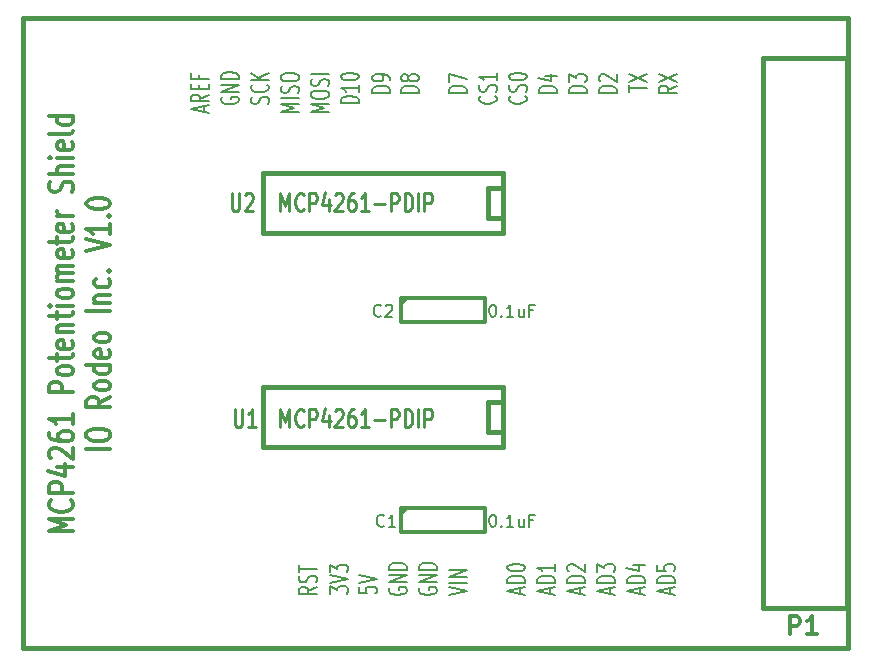
<source format=gto>
G04 (created by PCBNEW-RS274X (2011-aug-04)-testing) date Mon 24 Sep 2012 03:04:33 PM PDT*
G01*
G70*
G90*
%MOIN*%
G04 Gerber Fmt 3.4, Leading zero omitted, Abs format*
%FSLAX34Y34*%
G04 APERTURE LIST*
%ADD10C,0.006000*%
%ADD11C,0.012000*%
%ADD12C,0.008000*%
%ADD13C,0.015000*%
%ADD14C,0.011300*%
G04 APERTURE END LIST*
G54D10*
G54D11*
X11674Y-26113D02*
X10874Y-26113D01*
X11445Y-25913D01*
X10874Y-25713D01*
X11674Y-25713D01*
X11598Y-25084D02*
X11636Y-25113D01*
X11674Y-25199D01*
X11674Y-25256D01*
X11636Y-25341D01*
X11560Y-25399D01*
X11483Y-25427D01*
X11331Y-25456D01*
X11217Y-25456D01*
X11064Y-25427D01*
X10988Y-25399D01*
X10912Y-25341D01*
X10874Y-25256D01*
X10874Y-25199D01*
X10912Y-25113D01*
X10950Y-25084D01*
X11674Y-24827D02*
X10874Y-24827D01*
X10874Y-24599D01*
X10912Y-24541D01*
X10950Y-24513D01*
X11026Y-24484D01*
X11140Y-24484D01*
X11217Y-24513D01*
X11255Y-24541D01*
X11293Y-24599D01*
X11293Y-24827D01*
X11140Y-23970D02*
X11674Y-23970D01*
X10836Y-24113D02*
X11407Y-24256D01*
X11407Y-23884D01*
X10950Y-23685D02*
X10912Y-23656D01*
X10874Y-23599D01*
X10874Y-23456D01*
X10912Y-23399D01*
X10950Y-23370D01*
X11026Y-23342D01*
X11102Y-23342D01*
X11217Y-23370D01*
X11674Y-23713D01*
X11674Y-23342D01*
X10874Y-22828D02*
X10874Y-22942D01*
X10912Y-22999D01*
X10950Y-23028D01*
X11064Y-23085D01*
X11217Y-23114D01*
X11521Y-23114D01*
X11598Y-23085D01*
X11636Y-23057D01*
X11674Y-22999D01*
X11674Y-22885D01*
X11636Y-22828D01*
X11598Y-22799D01*
X11521Y-22771D01*
X11331Y-22771D01*
X11255Y-22799D01*
X11217Y-22828D01*
X11179Y-22885D01*
X11179Y-22999D01*
X11217Y-23057D01*
X11255Y-23085D01*
X11331Y-23114D01*
X11674Y-22200D02*
X11674Y-22543D01*
X11674Y-22371D02*
X10874Y-22371D01*
X10988Y-22428D01*
X11064Y-22486D01*
X11102Y-22543D01*
X11674Y-21486D02*
X10874Y-21486D01*
X10874Y-21258D01*
X10912Y-21200D01*
X10950Y-21172D01*
X11026Y-21143D01*
X11140Y-21143D01*
X11217Y-21172D01*
X11255Y-21200D01*
X11293Y-21258D01*
X11293Y-21486D01*
X11674Y-20800D02*
X11636Y-20858D01*
X11598Y-20886D01*
X11521Y-20915D01*
X11293Y-20915D01*
X11217Y-20886D01*
X11179Y-20858D01*
X11140Y-20800D01*
X11140Y-20715D01*
X11179Y-20658D01*
X11217Y-20629D01*
X11293Y-20600D01*
X11521Y-20600D01*
X11598Y-20629D01*
X11636Y-20658D01*
X11674Y-20715D01*
X11674Y-20800D01*
X11140Y-20429D02*
X11140Y-20200D01*
X10874Y-20343D02*
X11560Y-20343D01*
X11636Y-20315D01*
X11674Y-20257D01*
X11674Y-20200D01*
X11636Y-19772D02*
X11674Y-19829D01*
X11674Y-19943D01*
X11636Y-20000D01*
X11560Y-20029D01*
X11255Y-20029D01*
X11179Y-20000D01*
X11140Y-19943D01*
X11140Y-19829D01*
X11179Y-19772D01*
X11255Y-19743D01*
X11331Y-19743D01*
X11407Y-20029D01*
X11140Y-19486D02*
X11674Y-19486D01*
X11217Y-19486D02*
X11179Y-19458D01*
X11140Y-19400D01*
X11140Y-19315D01*
X11179Y-19258D01*
X11255Y-19229D01*
X11674Y-19229D01*
X11140Y-19029D02*
X11140Y-18800D01*
X10874Y-18943D02*
X11560Y-18943D01*
X11636Y-18915D01*
X11674Y-18857D01*
X11674Y-18800D01*
X11674Y-18600D02*
X11140Y-18600D01*
X10874Y-18600D02*
X10912Y-18629D01*
X10950Y-18600D01*
X10912Y-18572D01*
X10874Y-18600D01*
X10950Y-18600D01*
X11674Y-18228D02*
X11636Y-18286D01*
X11598Y-18314D01*
X11521Y-18343D01*
X11293Y-18343D01*
X11217Y-18314D01*
X11179Y-18286D01*
X11140Y-18228D01*
X11140Y-18143D01*
X11179Y-18086D01*
X11217Y-18057D01*
X11293Y-18028D01*
X11521Y-18028D01*
X11598Y-18057D01*
X11636Y-18086D01*
X11674Y-18143D01*
X11674Y-18228D01*
X11674Y-17771D02*
X11140Y-17771D01*
X11217Y-17771D02*
X11179Y-17743D01*
X11140Y-17685D01*
X11140Y-17600D01*
X11179Y-17543D01*
X11255Y-17514D01*
X11674Y-17514D01*
X11255Y-17514D02*
X11179Y-17485D01*
X11140Y-17428D01*
X11140Y-17343D01*
X11179Y-17285D01*
X11255Y-17257D01*
X11674Y-17257D01*
X11636Y-16743D02*
X11674Y-16800D01*
X11674Y-16914D01*
X11636Y-16971D01*
X11560Y-17000D01*
X11255Y-17000D01*
X11179Y-16971D01*
X11140Y-16914D01*
X11140Y-16800D01*
X11179Y-16743D01*
X11255Y-16714D01*
X11331Y-16714D01*
X11407Y-17000D01*
X11140Y-16543D02*
X11140Y-16314D01*
X10874Y-16457D02*
X11560Y-16457D01*
X11636Y-16429D01*
X11674Y-16371D01*
X11674Y-16314D01*
X11636Y-15886D02*
X11674Y-15943D01*
X11674Y-16057D01*
X11636Y-16114D01*
X11560Y-16143D01*
X11255Y-16143D01*
X11179Y-16114D01*
X11140Y-16057D01*
X11140Y-15943D01*
X11179Y-15886D01*
X11255Y-15857D01*
X11331Y-15857D01*
X11407Y-16143D01*
X11674Y-15600D02*
X11140Y-15600D01*
X11293Y-15600D02*
X11217Y-15572D01*
X11179Y-15543D01*
X11140Y-15486D01*
X11140Y-15429D01*
X11636Y-14801D02*
X11674Y-14715D01*
X11674Y-14572D01*
X11636Y-14515D01*
X11598Y-14486D01*
X11521Y-14458D01*
X11445Y-14458D01*
X11369Y-14486D01*
X11331Y-14515D01*
X11293Y-14572D01*
X11255Y-14686D01*
X11217Y-14744D01*
X11179Y-14772D01*
X11102Y-14801D01*
X11026Y-14801D01*
X10950Y-14772D01*
X10912Y-14744D01*
X10874Y-14686D01*
X10874Y-14544D01*
X10912Y-14458D01*
X11674Y-14201D02*
X10874Y-14201D01*
X11674Y-13944D02*
X11255Y-13944D01*
X11179Y-13973D01*
X11140Y-14030D01*
X11140Y-14115D01*
X11179Y-14173D01*
X11217Y-14201D01*
X11674Y-13658D02*
X11140Y-13658D01*
X10874Y-13658D02*
X10912Y-13687D01*
X10950Y-13658D01*
X10912Y-13630D01*
X10874Y-13658D01*
X10950Y-13658D01*
X11636Y-13144D02*
X11674Y-13201D01*
X11674Y-13315D01*
X11636Y-13372D01*
X11560Y-13401D01*
X11255Y-13401D01*
X11179Y-13372D01*
X11140Y-13315D01*
X11140Y-13201D01*
X11179Y-13144D01*
X11255Y-13115D01*
X11331Y-13115D01*
X11407Y-13401D01*
X11674Y-12772D02*
X11636Y-12830D01*
X11560Y-12858D01*
X10874Y-12858D01*
X11674Y-12287D02*
X10874Y-12287D01*
X11636Y-12287D02*
X11674Y-12344D01*
X11674Y-12458D01*
X11636Y-12516D01*
X11598Y-12544D01*
X11521Y-12573D01*
X11293Y-12573D01*
X11217Y-12544D01*
X11179Y-12516D01*
X11140Y-12458D01*
X11140Y-12344D01*
X11179Y-12287D01*
X12914Y-23357D02*
X12114Y-23357D01*
X12114Y-22957D02*
X12114Y-22843D01*
X12152Y-22785D01*
X12228Y-22728D01*
X12380Y-22700D01*
X12647Y-22700D01*
X12800Y-22728D01*
X12876Y-22785D01*
X12914Y-22843D01*
X12914Y-22957D01*
X12876Y-23014D01*
X12800Y-23071D01*
X12647Y-23100D01*
X12380Y-23100D01*
X12228Y-23071D01*
X12152Y-23014D01*
X12114Y-22957D01*
X12914Y-21642D02*
X12533Y-21842D01*
X12914Y-21985D02*
X12114Y-21985D01*
X12114Y-21757D01*
X12152Y-21699D01*
X12190Y-21671D01*
X12266Y-21642D01*
X12380Y-21642D01*
X12457Y-21671D01*
X12495Y-21699D01*
X12533Y-21757D01*
X12533Y-21985D01*
X12914Y-21299D02*
X12876Y-21357D01*
X12838Y-21385D01*
X12761Y-21414D01*
X12533Y-21414D01*
X12457Y-21385D01*
X12419Y-21357D01*
X12380Y-21299D01*
X12380Y-21214D01*
X12419Y-21157D01*
X12457Y-21128D01*
X12533Y-21099D01*
X12761Y-21099D01*
X12838Y-21128D01*
X12876Y-21157D01*
X12914Y-21214D01*
X12914Y-21299D01*
X12914Y-20585D02*
X12114Y-20585D01*
X12876Y-20585D02*
X12914Y-20642D01*
X12914Y-20756D01*
X12876Y-20814D01*
X12838Y-20842D01*
X12761Y-20871D01*
X12533Y-20871D01*
X12457Y-20842D01*
X12419Y-20814D01*
X12380Y-20756D01*
X12380Y-20642D01*
X12419Y-20585D01*
X12876Y-20071D02*
X12914Y-20128D01*
X12914Y-20242D01*
X12876Y-20299D01*
X12800Y-20328D01*
X12495Y-20328D01*
X12419Y-20299D01*
X12380Y-20242D01*
X12380Y-20128D01*
X12419Y-20071D01*
X12495Y-20042D01*
X12571Y-20042D01*
X12647Y-20328D01*
X12914Y-19699D02*
X12876Y-19757D01*
X12838Y-19785D01*
X12761Y-19814D01*
X12533Y-19814D01*
X12457Y-19785D01*
X12419Y-19757D01*
X12380Y-19699D01*
X12380Y-19614D01*
X12419Y-19557D01*
X12457Y-19528D01*
X12533Y-19499D01*
X12761Y-19499D01*
X12838Y-19528D01*
X12876Y-19557D01*
X12914Y-19614D01*
X12914Y-19699D01*
X12914Y-18785D02*
X12114Y-18785D01*
X12380Y-18499D02*
X12914Y-18499D01*
X12457Y-18499D02*
X12419Y-18471D01*
X12380Y-18413D01*
X12380Y-18328D01*
X12419Y-18271D01*
X12495Y-18242D01*
X12914Y-18242D01*
X12876Y-17699D02*
X12914Y-17756D01*
X12914Y-17870D01*
X12876Y-17928D01*
X12838Y-17956D01*
X12761Y-17985D01*
X12533Y-17985D01*
X12457Y-17956D01*
X12419Y-17928D01*
X12380Y-17870D01*
X12380Y-17756D01*
X12419Y-17699D01*
X12838Y-17442D02*
X12876Y-17414D01*
X12914Y-17442D01*
X12876Y-17471D01*
X12838Y-17442D01*
X12914Y-17442D01*
X12114Y-16785D02*
X12914Y-16585D01*
X12114Y-16385D01*
X12914Y-15871D02*
X12914Y-16214D01*
X12914Y-16042D02*
X12114Y-16042D01*
X12228Y-16099D01*
X12304Y-16157D01*
X12342Y-16214D01*
X12838Y-15614D02*
X12876Y-15586D01*
X12914Y-15614D01*
X12876Y-15643D01*
X12838Y-15614D01*
X12914Y-15614D01*
X12114Y-15214D02*
X12114Y-15157D01*
X12152Y-15100D01*
X12190Y-15071D01*
X12266Y-15042D01*
X12419Y-15014D01*
X12609Y-15014D01*
X12761Y-15042D01*
X12838Y-15071D01*
X12876Y-15100D01*
X12914Y-15157D01*
X12914Y-15214D01*
X12876Y-15271D01*
X12838Y-15300D01*
X12761Y-15328D01*
X12609Y-15357D01*
X12419Y-15357D01*
X12266Y-15328D01*
X12190Y-15300D01*
X12152Y-15271D01*
X12114Y-15214D01*
G54D12*
X31571Y-28186D02*
X31571Y-27995D01*
X31743Y-28224D02*
X31143Y-28091D01*
X31743Y-27957D01*
X31743Y-27824D02*
X31143Y-27824D01*
X31143Y-27729D01*
X31171Y-27671D01*
X31229Y-27633D01*
X31286Y-27614D01*
X31400Y-27595D01*
X31486Y-27595D01*
X31600Y-27614D01*
X31657Y-27633D01*
X31714Y-27671D01*
X31743Y-27729D01*
X31743Y-27824D01*
X31143Y-27233D02*
X31143Y-27424D01*
X31429Y-27443D01*
X31400Y-27424D01*
X31371Y-27386D01*
X31371Y-27290D01*
X31400Y-27252D01*
X31429Y-27233D01*
X31486Y-27214D01*
X31629Y-27214D01*
X31686Y-27233D01*
X31714Y-27252D01*
X31743Y-27290D01*
X31743Y-27386D01*
X31714Y-27424D01*
X31686Y-27443D01*
X30571Y-28186D02*
X30571Y-27995D01*
X30743Y-28224D02*
X30143Y-28091D01*
X30743Y-27957D01*
X30743Y-27824D02*
X30143Y-27824D01*
X30143Y-27729D01*
X30171Y-27671D01*
X30229Y-27633D01*
X30286Y-27614D01*
X30400Y-27595D01*
X30486Y-27595D01*
X30600Y-27614D01*
X30657Y-27633D01*
X30714Y-27671D01*
X30743Y-27729D01*
X30743Y-27824D01*
X30343Y-27252D02*
X30743Y-27252D01*
X30114Y-27348D02*
X30543Y-27443D01*
X30543Y-27195D01*
X29571Y-28186D02*
X29571Y-27995D01*
X29743Y-28224D02*
X29143Y-28091D01*
X29743Y-27957D01*
X29743Y-27824D02*
X29143Y-27824D01*
X29143Y-27729D01*
X29171Y-27671D01*
X29229Y-27633D01*
X29286Y-27614D01*
X29400Y-27595D01*
X29486Y-27595D01*
X29600Y-27614D01*
X29657Y-27633D01*
X29714Y-27671D01*
X29743Y-27729D01*
X29743Y-27824D01*
X29143Y-27462D02*
X29143Y-27214D01*
X29371Y-27348D01*
X29371Y-27290D01*
X29400Y-27252D01*
X29429Y-27233D01*
X29486Y-27214D01*
X29629Y-27214D01*
X29686Y-27233D01*
X29714Y-27252D01*
X29743Y-27290D01*
X29743Y-27405D01*
X29714Y-27443D01*
X29686Y-27462D01*
X28571Y-28186D02*
X28571Y-27995D01*
X28743Y-28224D02*
X28143Y-28091D01*
X28743Y-27957D01*
X28743Y-27824D02*
X28143Y-27824D01*
X28143Y-27729D01*
X28171Y-27671D01*
X28229Y-27633D01*
X28286Y-27614D01*
X28400Y-27595D01*
X28486Y-27595D01*
X28600Y-27614D01*
X28657Y-27633D01*
X28714Y-27671D01*
X28743Y-27729D01*
X28743Y-27824D01*
X28200Y-27443D02*
X28171Y-27424D01*
X28143Y-27386D01*
X28143Y-27290D01*
X28171Y-27252D01*
X28200Y-27233D01*
X28257Y-27214D01*
X28314Y-27214D01*
X28400Y-27233D01*
X28743Y-27462D01*
X28743Y-27214D01*
X27571Y-28186D02*
X27571Y-27995D01*
X27743Y-28224D02*
X27143Y-28091D01*
X27743Y-27957D01*
X27743Y-27824D02*
X27143Y-27824D01*
X27143Y-27729D01*
X27171Y-27671D01*
X27229Y-27633D01*
X27286Y-27614D01*
X27400Y-27595D01*
X27486Y-27595D01*
X27600Y-27614D01*
X27657Y-27633D01*
X27714Y-27671D01*
X27743Y-27729D01*
X27743Y-27824D01*
X27743Y-27214D02*
X27743Y-27443D01*
X27743Y-27329D02*
X27143Y-27329D01*
X27229Y-27367D01*
X27286Y-27405D01*
X27314Y-27443D01*
X26571Y-28186D02*
X26571Y-27995D01*
X26743Y-28224D02*
X26143Y-28091D01*
X26743Y-27957D01*
X26743Y-27824D02*
X26143Y-27824D01*
X26143Y-27729D01*
X26171Y-27671D01*
X26229Y-27633D01*
X26286Y-27614D01*
X26400Y-27595D01*
X26486Y-27595D01*
X26600Y-27614D01*
X26657Y-27633D01*
X26714Y-27671D01*
X26743Y-27729D01*
X26743Y-27824D01*
X26143Y-27348D02*
X26143Y-27309D01*
X26171Y-27271D01*
X26200Y-27252D01*
X26257Y-27233D01*
X26371Y-27214D01*
X26514Y-27214D01*
X26629Y-27233D01*
X26686Y-27252D01*
X26714Y-27271D01*
X26743Y-27309D01*
X26743Y-27348D01*
X26714Y-27386D01*
X26686Y-27405D01*
X26629Y-27424D01*
X26514Y-27443D01*
X26371Y-27443D01*
X26257Y-27424D01*
X26200Y-27405D01*
X26171Y-27386D01*
X26143Y-27348D01*
X24193Y-28238D02*
X24793Y-28105D01*
X24193Y-27971D01*
X24793Y-27838D02*
X24193Y-27838D01*
X24793Y-27648D02*
X24193Y-27648D01*
X24793Y-27419D01*
X24193Y-27419D01*
X23221Y-28004D02*
X23193Y-28042D01*
X23193Y-28099D01*
X23221Y-28157D01*
X23279Y-28195D01*
X23336Y-28214D01*
X23450Y-28233D01*
X23536Y-28233D01*
X23650Y-28214D01*
X23707Y-28195D01*
X23764Y-28157D01*
X23793Y-28099D01*
X23793Y-28061D01*
X23764Y-28004D01*
X23736Y-27985D01*
X23536Y-27985D01*
X23536Y-28061D01*
X23793Y-27814D02*
X23193Y-27814D01*
X23793Y-27585D01*
X23193Y-27585D01*
X23793Y-27395D02*
X23193Y-27395D01*
X23193Y-27300D01*
X23221Y-27242D01*
X23279Y-27204D01*
X23336Y-27185D01*
X23450Y-27166D01*
X23536Y-27166D01*
X23650Y-27185D01*
X23707Y-27204D01*
X23764Y-27242D01*
X23793Y-27300D01*
X23793Y-27395D01*
X22221Y-28004D02*
X22193Y-28042D01*
X22193Y-28099D01*
X22221Y-28157D01*
X22279Y-28195D01*
X22336Y-28214D01*
X22450Y-28233D01*
X22536Y-28233D01*
X22650Y-28214D01*
X22707Y-28195D01*
X22764Y-28157D01*
X22793Y-28099D01*
X22793Y-28061D01*
X22764Y-28004D01*
X22736Y-27985D01*
X22536Y-27985D01*
X22536Y-28061D01*
X22793Y-27814D02*
X22193Y-27814D01*
X22793Y-27585D01*
X22193Y-27585D01*
X22793Y-27395D02*
X22193Y-27395D01*
X22193Y-27300D01*
X22221Y-27242D01*
X22279Y-27204D01*
X22336Y-27185D01*
X22450Y-27166D01*
X22536Y-27166D01*
X22650Y-27185D01*
X22707Y-27204D01*
X22764Y-27242D01*
X22793Y-27300D01*
X22793Y-27395D01*
X21193Y-27976D02*
X21193Y-28167D01*
X21479Y-28186D01*
X21450Y-28167D01*
X21421Y-28129D01*
X21421Y-28033D01*
X21450Y-27995D01*
X21479Y-27976D01*
X21536Y-27957D01*
X21679Y-27957D01*
X21736Y-27976D01*
X21764Y-27995D01*
X21793Y-28033D01*
X21793Y-28129D01*
X21764Y-28167D01*
X21736Y-28186D01*
X21193Y-27843D02*
X21793Y-27710D01*
X21193Y-27576D01*
X20243Y-28195D02*
X20243Y-27947D01*
X20471Y-28081D01*
X20471Y-28023D01*
X20500Y-27985D01*
X20529Y-27966D01*
X20586Y-27947D01*
X20729Y-27947D01*
X20786Y-27966D01*
X20814Y-27985D01*
X20843Y-28023D01*
X20843Y-28138D01*
X20814Y-28176D01*
X20786Y-28195D01*
X20243Y-27833D02*
X20843Y-27700D01*
X20243Y-27566D01*
X20243Y-27471D02*
X20243Y-27223D01*
X20471Y-27357D01*
X20471Y-27299D01*
X20500Y-27261D01*
X20529Y-27242D01*
X20586Y-27223D01*
X20729Y-27223D01*
X20786Y-27242D01*
X20814Y-27261D01*
X20843Y-27299D01*
X20843Y-27414D01*
X20814Y-27452D01*
X20786Y-27471D01*
X19793Y-27969D02*
X19507Y-28103D01*
X19793Y-28198D02*
X19193Y-28198D01*
X19193Y-28045D01*
X19221Y-28007D01*
X19250Y-27988D01*
X19307Y-27969D01*
X19393Y-27969D01*
X19450Y-27988D01*
X19479Y-28007D01*
X19507Y-28045D01*
X19507Y-28198D01*
X19764Y-27817D02*
X19793Y-27760D01*
X19793Y-27664D01*
X19764Y-27626D01*
X19736Y-27607D01*
X19679Y-27588D01*
X19621Y-27588D01*
X19564Y-27607D01*
X19536Y-27626D01*
X19507Y-27664D01*
X19479Y-27741D01*
X19450Y-27779D01*
X19421Y-27798D01*
X19364Y-27817D01*
X19307Y-27817D01*
X19250Y-27798D01*
X19221Y-27779D01*
X19193Y-27741D01*
X19193Y-27645D01*
X19221Y-27588D01*
X19193Y-27474D02*
X19193Y-27245D01*
X19793Y-27360D02*
X19193Y-27360D01*
X31793Y-11266D02*
X31507Y-11400D01*
X31793Y-11495D02*
X31193Y-11495D01*
X31193Y-11342D01*
X31221Y-11304D01*
X31250Y-11285D01*
X31307Y-11266D01*
X31393Y-11266D01*
X31450Y-11285D01*
X31479Y-11304D01*
X31507Y-11342D01*
X31507Y-11495D01*
X31193Y-11133D02*
X31793Y-10866D01*
X31193Y-10866D02*
X31793Y-11133D01*
X30193Y-11455D02*
X30193Y-11226D01*
X30793Y-11341D02*
X30193Y-11341D01*
X30193Y-11131D02*
X30793Y-10864D01*
X30193Y-10864D02*
X30793Y-11131D01*
X29793Y-11495D02*
X29193Y-11495D01*
X29193Y-11400D01*
X29221Y-11342D01*
X29279Y-11304D01*
X29336Y-11285D01*
X29450Y-11266D01*
X29536Y-11266D01*
X29650Y-11285D01*
X29707Y-11304D01*
X29764Y-11342D01*
X29793Y-11400D01*
X29793Y-11495D01*
X29250Y-11114D02*
X29221Y-11095D01*
X29193Y-11057D01*
X29193Y-10961D01*
X29221Y-10923D01*
X29250Y-10904D01*
X29307Y-10885D01*
X29364Y-10885D01*
X29450Y-10904D01*
X29793Y-11133D01*
X29793Y-10885D01*
X28793Y-11495D02*
X28193Y-11495D01*
X28193Y-11400D01*
X28221Y-11342D01*
X28279Y-11304D01*
X28336Y-11285D01*
X28450Y-11266D01*
X28536Y-11266D01*
X28650Y-11285D01*
X28707Y-11304D01*
X28764Y-11342D01*
X28793Y-11400D01*
X28793Y-11495D01*
X28193Y-11133D02*
X28193Y-10885D01*
X28421Y-11019D01*
X28421Y-10961D01*
X28450Y-10923D01*
X28479Y-10904D01*
X28536Y-10885D01*
X28679Y-10885D01*
X28736Y-10904D01*
X28764Y-10923D01*
X28793Y-10961D01*
X28793Y-11076D01*
X28764Y-11114D01*
X28736Y-11133D01*
X27793Y-11495D02*
X27193Y-11495D01*
X27193Y-11400D01*
X27221Y-11342D01*
X27279Y-11304D01*
X27336Y-11285D01*
X27450Y-11266D01*
X27536Y-11266D01*
X27650Y-11285D01*
X27707Y-11304D01*
X27764Y-11342D01*
X27793Y-11400D01*
X27793Y-11495D01*
X27393Y-10923D02*
X27793Y-10923D01*
X27164Y-11019D02*
X27593Y-11114D01*
X27593Y-10866D01*
X26736Y-11607D02*
X26764Y-11626D01*
X26793Y-11683D01*
X26793Y-11721D01*
X26764Y-11779D01*
X26707Y-11817D01*
X26650Y-11836D01*
X26536Y-11855D01*
X26450Y-11855D01*
X26336Y-11836D01*
X26279Y-11817D01*
X26221Y-11779D01*
X26193Y-11721D01*
X26193Y-11683D01*
X26221Y-11626D01*
X26250Y-11607D01*
X26764Y-11455D02*
X26793Y-11398D01*
X26793Y-11302D01*
X26764Y-11264D01*
X26736Y-11245D01*
X26679Y-11226D01*
X26621Y-11226D01*
X26564Y-11245D01*
X26536Y-11264D01*
X26507Y-11302D01*
X26479Y-11379D01*
X26450Y-11417D01*
X26421Y-11436D01*
X26364Y-11455D01*
X26307Y-11455D01*
X26250Y-11436D01*
X26221Y-11417D01*
X26193Y-11379D01*
X26193Y-11283D01*
X26221Y-11226D01*
X26193Y-10979D02*
X26193Y-10940D01*
X26221Y-10902D01*
X26250Y-10883D01*
X26307Y-10864D01*
X26421Y-10845D01*
X26564Y-10845D01*
X26679Y-10864D01*
X26736Y-10883D01*
X26764Y-10902D01*
X26793Y-10940D01*
X26793Y-10979D01*
X26764Y-11017D01*
X26736Y-11036D01*
X26679Y-11055D01*
X26564Y-11074D01*
X26421Y-11074D01*
X26307Y-11055D01*
X26250Y-11036D01*
X26221Y-11017D01*
X26193Y-10979D01*
X25736Y-11607D02*
X25764Y-11626D01*
X25793Y-11683D01*
X25793Y-11721D01*
X25764Y-11779D01*
X25707Y-11817D01*
X25650Y-11836D01*
X25536Y-11855D01*
X25450Y-11855D01*
X25336Y-11836D01*
X25279Y-11817D01*
X25221Y-11779D01*
X25193Y-11721D01*
X25193Y-11683D01*
X25221Y-11626D01*
X25250Y-11607D01*
X25764Y-11455D02*
X25793Y-11398D01*
X25793Y-11302D01*
X25764Y-11264D01*
X25736Y-11245D01*
X25679Y-11226D01*
X25621Y-11226D01*
X25564Y-11245D01*
X25536Y-11264D01*
X25507Y-11302D01*
X25479Y-11379D01*
X25450Y-11417D01*
X25421Y-11436D01*
X25364Y-11455D01*
X25307Y-11455D01*
X25250Y-11436D01*
X25221Y-11417D01*
X25193Y-11379D01*
X25193Y-11283D01*
X25221Y-11226D01*
X25793Y-10845D02*
X25793Y-11074D01*
X25793Y-10960D02*
X25193Y-10960D01*
X25279Y-10998D01*
X25336Y-11036D01*
X25364Y-11074D01*
X24793Y-11495D02*
X24193Y-11495D01*
X24193Y-11400D01*
X24221Y-11342D01*
X24279Y-11304D01*
X24336Y-11285D01*
X24450Y-11266D01*
X24536Y-11266D01*
X24650Y-11285D01*
X24707Y-11304D01*
X24764Y-11342D01*
X24793Y-11400D01*
X24793Y-11495D01*
X24193Y-11133D02*
X24193Y-10866D01*
X24793Y-11038D01*
X23193Y-11495D02*
X22593Y-11495D01*
X22593Y-11400D01*
X22621Y-11342D01*
X22679Y-11304D01*
X22736Y-11285D01*
X22850Y-11266D01*
X22936Y-11266D01*
X23050Y-11285D01*
X23107Y-11304D01*
X23164Y-11342D01*
X23193Y-11400D01*
X23193Y-11495D01*
X22850Y-11038D02*
X22821Y-11076D01*
X22793Y-11095D01*
X22736Y-11114D01*
X22707Y-11114D01*
X22650Y-11095D01*
X22621Y-11076D01*
X22593Y-11038D01*
X22593Y-10961D01*
X22621Y-10923D01*
X22650Y-10904D01*
X22707Y-10885D01*
X22736Y-10885D01*
X22793Y-10904D01*
X22821Y-10923D01*
X22850Y-10961D01*
X22850Y-11038D01*
X22879Y-11076D01*
X22907Y-11095D01*
X22964Y-11114D01*
X23079Y-11114D01*
X23136Y-11095D01*
X23164Y-11076D01*
X23193Y-11038D01*
X23193Y-10961D01*
X23164Y-10923D01*
X23136Y-10904D01*
X23079Y-10885D01*
X22964Y-10885D01*
X22907Y-10904D01*
X22879Y-10923D01*
X22850Y-10961D01*
X22243Y-11495D02*
X21643Y-11495D01*
X21643Y-11400D01*
X21671Y-11342D01*
X21729Y-11304D01*
X21786Y-11285D01*
X21900Y-11266D01*
X21986Y-11266D01*
X22100Y-11285D01*
X22157Y-11304D01*
X22214Y-11342D01*
X22243Y-11400D01*
X22243Y-11495D01*
X22243Y-11076D02*
X22243Y-11000D01*
X22214Y-10961D01*
X22186Y-10942D01*
X22100Y-10904D01*
X21986Y-10885D01*
X21757Y-10885D01*
X21700Y-10904D01*
X21671Y-10923D01*
X21643Y-10961D01*
X21643Y-11038D01*
X21671Y-11076D01*
X21700Y-11095D01*
X21757Y-11114D01*
X21900Y-11114D01*
X21957Y-11095D01*
X21986Y-11076D01*
X22014Y-11038D01*
X22014Y-10961D01*
X21986Y-10923D01*
X21957Y-10904D01*
X21900Y-10885D01*
X21193Y-11836D02*
X20593Y-11836D01*
X20593Y-11741D01*
X20621Y-11683D01*
X20679Y-11645D01*
X20736Y-11626D01*
X20850Y-11607D01*
X20936Y-11607D01*
X21050Y-11626D01*
X21107Y-11645D01*
X21164Y-11683D01*
X21193Y-11741D01*
X21193Y-11836D01*
X21193Y-11226D02*
X21193Y-11455D01*
X21193Y-11341D02*
X20593Y-11341D01*
X20679Y-11379D01*
X20736Y-11417D01*
X20764Y-11455D01*
X20593Y-10979D02*
X20593Y-10940D01*
X20621Y-10902D01*
X20650Y-10883D01*
X20707Y-10864D01*
X20821Y-10845D01*
X20964Y-10845D01*
X21079Y-10864D01*
X21136Y-10883D01*
X21164Y-10902D01*
X21193Y-10940D01*
X21193Y-10979D01*
X21164Y-11017D01*
X21136Y-11036D01*
X21079Y-11055D01*
X20964Y-11074D01*
X20821Y-11074D01*
X20707Y-11055D01*
X20650Y-11036D01*
X20621Y-11017D01*
X20593Y-10979D01*
X20193Y-12128D02*
X19593Y-12128D01*
X20021Y-11994D01*
X19593Y-11861D01*
X20193Y-11861D01*
X19593Y-11595D02*
X19593Y-11518D01*
X19621Y-11480D01*
X19679Y-11442D01*
X19793Y-11423D01*
X19993Y-11423D01*
X20107Y-11442D01*
X20164Y-11480D01*
X20193Y-11518D01*
X20193Y-11595D01*
X20164Y-11633D01*
X20107Y-11671D01*
X19993Y-11690D01*
X19793Y-11690D01*
X19679Y-11671D01*
X19621Y-11633D01*
X19593Y-11595D01*
X20164Y-11271D02*
X20193Y-11214D01*
X20193Y-11118D01*
X20164Y-11080D01*
X20136Y-11061D01*
X20079Y-11042D01*
X20021Y-11042D01*
X19964Y-11061D01*
X19936Y-11080D01*
X19907Y-11118D01*
X19879Y-11195D01*
X19850Y-11233D01*
X19821Y-11252D01*
X19764Y-11271D01*
X19707Y-11271D01*
X19650Y-11252D01*
X19621Y-11233D01*
X19593Y-11195D01*
X19593Y-11099D01*
X19621Y-11042D01*
X20193Y-10871D02*
X19593Y-10871D01*
X19193Y-12128D02*
X18593Y-12128D01*
X19021Y-11994D01*
X18593Y-11861D01*
X19193Y-11861D01*
X19193Y-11671D02*
X18593Y-11671D01*
X19164Y-11500D02*
X19193Y-11443D01*
X19193Y-11347D01*
X19164Y-11309D01*
X19136Y-11290D01*
X19079Y-11271D01*
X19021Y-11271D01*
X18964Y-11290D01*
X18936Y-11309D01*
X18907Y-11347D01*
X18879Y-11424D01*
X18850Y-11462D01*
X18821Y-11481D01*
X18764Y-11500D01*
X18707Y-11500D01*
X18650Y-11481D01*
X18621Y-11462D01*
X18593Y-11424D01*
X18593Y-11328D01*
X18621Y-11271D01*
X18593Y-11024D02*
X18593Y-10947D01*
X18621Y-10909D01*
X18679Y-10871D01*
X18793Y-10852D01*
X18993Y-10852D01*
X19107Y-10871D01*
X19164Y-10909D01*
X19193Y-10947D01*
X19193Y-11024D01*
X19164Y-11062D01*
X19107Y-11100D01*
X18993Y-11119D01*
X18793Y-11119D01*
X18679Y-11100D01*
X18621Y-11062D01*
X18593Y-11024D01*
X18164Y-11864D02*
X18193Y-11807D01*
X18193Y-11711D01*
X18164Y-11673D01*
X18136Y-11654D01*
X18079Y-11635D01*
X18021Y-11635D01*
X17964Y-11654D01*
X17936Y-11673D01*
X17907Y-11711D01*
X17879Y-11788D01*
X17850Y-11826D01*
X17821Y-11845D01*
X17764Y-11864D01*
X17707Y-11864D01*
X17650Y-11845D01*
X17621Y-11826D01*
X17593Y-11788D01*
X17593Y-11692D01*
X17621Y-11635D01*
X18136Y-11235D02*
X18164Y-11254D01*
X18193Y-11311D01*
X18193Y-11349D01*
X18164Y-11407D01*
X18107Y-11445D01*
X18050Y-11464D01*
X17936Y-11483D01*
X17850Y-11483D01*
X17736Y-11464D01*
X17679Y-11445D01*
X17621Y-11407D01*
X17593Y-11349D01*
X17593Y-11311D01*
X17621Y-11254D01*
X17650Y-11235D01*
X18193Y-11064D02*
X17593Y-11064D01*
X18193Y-10835D02*
X17850Y-11007D01*
X17593Y-10835D02*
X17936Y-11064D01*
X16621Y-11654D02*
X16593Y-11692D01*
X16593Y-11749D01*
X16621Y-11807D01*
X16679Y-11845D01*
X16736Y-11864D01*
X16850Y-11883D01*
X16936Y-11883D01*
X17050Y-11864D01*
X17107Y-11845D01*
X17164Y-11807D01*
X17193Y-11749D01*
X17193Y-11711D01*
X17164Y-11654D01*
X17136Y-11635D01*
X16936Y-11635D01*
X16936Y-11711D01*
X17193Y-11464D02*
X16593Y-11464D01*
X17193Y-11235D01*
X16593Y-11235D01*
X17193Y-11045D02*
X16593Y-11045D01*
X16593Y-10950D01*
X16621Y-10892D01*
X16679Y-10854D01*
X16736Y-10835D01*
X16850Y-10816D01*
X16936Y-10816D01*
X17050Y-10835D01*
X17107Y-10854D01*
X17164Y-10892D01*
X17193Y-10950D01*
X17193Y-11045D01*
X16021Y-12148D02*
X16021Y-11957D01*
X16193Y-12186D02*
X15593Y-12053D01*
X16193Y-11919D01*
X16193Y-11557D02*
X15907Y-11691D01*
X16193Y-11786D02*
X15593Y-11786D01*
X15593Y-11633D01*
X15621Y-11595D01*
X15650Y-11576D01*
X15707Y-11557D01*
X15793Y-11557D01*
X15850Y-11576D01*
X15879Y-11595D01*
X15907Y-11633D01*
X15907Y-11786D01*
X15879Y-11386D02*
X15879Y-11252D01*
X16193Y-11195D02*
X16193Y-11386D01*
X15593Y-11386D01*
X15593Y-11195D01*
X15879Y-10890D02*
X15879Y-11024D01*
X16193Y-11024D02*
X15593Y-11024D01*
X15593Y-10833D01*
G54D13*
X26000Y-23320D02*
X18000Y-23320D01*
X18000Y-21320D02*
X26000Y-21320D01*
X26000Y-21320D02*
X26000Y-23320D01*
X26000Y-22820D02*
X25500Y-22820D01*
X25500Y-22820D02*
X25500Y-21820D01*
X25500Y-21820D02*
X26000Y-21820D01*
X18000Y-23320D02*
X18000Y-21320D01*
X26000Y-16180D02*
X18000Y-16180D01*
X18000Y-14180D02*
X26000Y-14180D01*
X26000Y-14180D02*
X26000Y-16180D01*
X26000Y-15680D02*
X25500Y-15680D01*
X25500Y-15680D02*
X25500Y-14680D01*
X25500Y-14680D02*
X26000Y-14680D01*
X18000Y-16180D02*
X18000Y-14180D01*
X34683Y-10326D02*
X34683Y-28673D01*
X37477Y-10327D02*
X37477Y-28673D01*
X34682Y-28674D02*
X37438Y-28674D01*
X34683Y-10325D02*
X37478Y-10325D01*
G54D11*
X22600Y-25350D02*
X25400Y-25350D01*
X25400Y-25350D02*
X25400Y-26150D01*
X25400Y-26150D02*
X22600Y-26150D01*
X22600Y-26150D02*
X22600Y-25350D01*
X22600Y-25550D02*
X22800Y-25350D01*
X22600Y-18350D02*
X25400Y-18350D01*
X25400Y-18350D02*
X25400Y-19150D01*
X25400Y-19150D02*
X22600Y-19150D01*
X22600Y-19150D02*
X22600Y-18350D01*
X22600Y-18550D02*
X22800Y-18350D01*
G54D13*
X37500Y-30000D02*
X37500Y-09000D01*
X37500Y-09000D02*
X10000Y-09000D01*
X10000Y-30000D02*
X37500Y-30000D01*
X10000Y-30000D02*
X10000Y-09000D01*
G54D14*
X17057Y-22043D02*
X17057Y-22529D01*
X17079Y-22586D01*
X17100Y-22614D01*
X17143Y-22643D01*
X17229Y-22643D01*
X17271Y-22614D01*
X17293Y-22586D01*
X17314Y-22529D01*
X17314Y-22043D01*
X17764Y-22643D02*
X17507Y-22643D01*
X17635Y-22643D02*
X17635Y-22043D01*
X17592Y-22129D01*
X17550Y-22186D01*
X17507Y-22214D01*
X18582Y-22643D02*
X18582Y-22043D01*
X18732Y-22471D01*
X18882Y-22043D01*
X18882Y-22643D01*
X19353Y-22586D02*
X19332Y-22614D01*
X19268Y-22643D01*
X19225Y-22643D01*
X19160Y-22614D01*
X19118Y-22557D01*
X19096Y-22500D01*
X19075Y-22386D01*
X19075Y-22300D01*
X19096Y-22186D01*
X19118Y-22129D01*
X19160Y-22071D01*
X19225Y-22043D01*
X19268Y-22043D01*
X19332Y-22071D01*
X19353Y-22100D01*
X19546Y-22643D02*
X19546Y-22043D01*
X19718Y-22043D01*
X19760Y-22071D01*
X19782Y-22100D01*
X19803Y-22157D01*
X19803Y-22243D01*
X19782Y-22300D01*
X19760Y-22329D01*
X19718Y-22357D01*
X19546Y-22357D01*
X20189Y-22243D02*
X20189Y-22643D01*
X20082Y-22014D02*
X19975Y-22443D01*
X20253Y-22443D01*
X20404Y-22100D02*
X20425Y-22071D01*
X20468Y-22043D01*
X20575Y-22043D01*
X20618Y-22071D01*
X20639Y-22100D01*
X20661Y-22157D01*
X20661Y-22214D01*
X20639Y-22300D01*
X20382Y-22643D01*
X20661Y-22643D01*
X21047Y-22043D02*
X20961Y-22043D01*
X20918Y-22071D01*
X20897Y-22100D01*
X20854Y-22186D01*
X20833Y-22300D01*
X20833Y-22529D01*
X20854Y-22586D01*
X20876Y-22614D01*
X20918Y-22643D01*
X21004Y-22643D01*
X21047Y-22614D01*
X21068Y-22586D01*
X21090Y-22529D01*
X21090Y-22386D01*
X21068Y-22329D01*
X21047Y-22300D01*
X21004Y-22271D01*
X20918Y-22271D01*
X20876Y-22300D01*
X20854Y-22329D01*
X20833Y-22386D01*
X21519Y-22643D02*
X21262Y-22643D01*
X21390Y-22643D02*
X21390Y-22043D01*
X21347Y-22129D01*
X21305Y-22186D01*
X21262Y-22214D01*
X21712Y-22414D02*
X22055Y-22414D01*
X22269Y-22643D02*
X22269Y-22043D01*
X22441Y-22043D01*
X22483Y-22071D01*
X22505Y-22100D01*
X22526Y-22157D01*
X22526Y-22243D01*
X22505Y-22300D01*
X22483Y-22329D01*
X22441Y-22357D01*
X22269Y-22357D01*
X22719Y-22643D02*
X22719Y-22043D01*
X22826Y-22043D01*
X22891Y-22071D01*
X22933Y-22129D01*
X22955Y-22186D01*
X22976Y-22300D01*
X22976Y-22386D01*
X22955Y-22500D01*
X22933Y-22557D01*
X22891Y-22614D01*
X22826Y-22643D01*
X22719Y-22643D01*
X23169Y-22643D02*
X23169Y-22043D01*
X23383Y-22643D02*
X23383Y-22043D01*
X23555Y-22043D01*
X23597Y-22071D01*
X23619Y-22100D01*
X23640Y-22157D01*
X23640Y-22243D01*
X23619Y-22300D01*
X23597Y-22329D01*
X23555Y-22357D01*
X23383Y-22357D01*
X16957Y-14843D02*
X16957Y-15329D01*
X16979Y-15386D01*
X17000Y-15414D01*
X17043Y-15443D01*
X17129Y-15443D01*
X17171Y-15414D01*
X17193Y-15386D01*
X17214Y-15329D01*
X17214Y-14843D01*
X17407Y-14900D02*
X17428Y-14871D01*
X17471Y-14843D01*
X17578Y-14843D01*
X17621Y-14871D01*
X17642Y-14900D01*
X17664Y-14957D01*
X17664Y-15014D01*
X17642Y-15100D01*
X17385Y-15443D01*
X17664Y-15443D01*
X18582Y-15443D02*
X18582Y-14843D01*
X18732Y-15271D01*
X18882Y-14843D01*
X18882Y-15443D01*
X19353Y-15386D02*
X19332Y-15414D01*
X19268Y-15443D01*
X19225Y-15443D01*
X19160Y-15414D01*
X19118Y-15357D01*
X19096Y-15300D01*
X19075Y-15186D01*
X19075Y-15100D01*
X19096Y-14986D01*
X19118Y-14929D01*
X19160Y-14871D01*
X19225Y-14843D01*
X19268Y-14843D01*
X19332Y-14871D01*
X19353Y-14900D01*
X19546Y-15443D02*
X19546Y-14843D01*
X19718Y-14843D01*
X19760Y-14871D01*
X19782Y-14900D01*
X19803Y-14957D01*
X19803Y-15043D01*
X19782Y-15100D01*
X19760Y-15129D01*
X19718Y-15157D01*
X19546Y-15157D01*
X20189Y-15043D02*
X20189Y-15443D01*
X20082Y-14814D02*
X19975Y-15243D01*
X20253Y-15243D01*
X20404Y-14900D02*
X20425Y-14871D01*
X20468Y-14843D01*
X20575Y-14843D01*
X20618Y-14871D01*
X20639Y-14900D01*
X20661Y-14957D01*
X20661Y-15014D01*
X20639Y-15100D01*
X20382Y-15443D01*
X20661Y-15443D01*
X21047Y-14843D02*
X20961Y-14843D01*
X20918Y-14871D01*
X20897Y-14900D01*
X20854Y-14986D01*
X20833Y-15100D01*
X20833Y-15329D01*
X20854Y-15386D01*
X20876Y-15414D01*
X20918Y-15443D01*
X21004Y-15443D01*
X21047Y-15414D01*
X21068Y-15386D01*
X21090Y-15329D01*
X21090Y-15186D01*
X21068Y-15129D01*
X21047Y-15100D01*
X21004Y-15071D01*
X20918Y-15071D01*
X20876Y-15100D01*
X20854Y-15129D01*
X20833Y-15186D01*
X21519Y-15443D02*
X21262Y-15443D01*
X21390Y-15443D02*
X21390Y-14843D01*
X21347Y-14929D01*
X21305Y-14986D01*
X21262Y-15014D01*
X21712Y-15214D02*
X22055Y-15214D01*
X22269Y-15443D02*
X22269Y-14843D01*
X22441Y-14843D01*
X22483Y-14871D01*
X22505Y-14900D01*
X22526Y-14957D01*
X22526Y-15043D01*
X22505Y-15100D01*
X22483Y-15129D01*
X22441Y-15157D01*
X22269Y-15157D01*
X22719Y-15443D02*
X22719Y-14843D01*
X22826Y-14843D01*
X22891Y-14871D01*
X22933Y-14929D01*
X22955Y-14986D01*
X22976Y-15100D01*
X22976Y-15186D01*
X22955Y-15300D01*
X22933Y-15357D01*
X22891Y-15414D01*
X22826Y-15443D01*
X22719Y-15443D01*
X23169Y-15443D02*
X23169Y-14843D01*
X23383Y-15443D02*
X23383Y-14843D01*
X23555Y-14843D01*
X23597Y-14871D01*
X23619Y-14900D01*
X23640Y-14957D01*
X23640Y-15043D01*
X23619Y-15100D01*
X23597Y-15129D01*
X23555Y-15157D01*
X23383Y-15157D01*
G54D11*
X35558Y-29543D02*
X35558Y-28943D01*
X35786Y-28943D01*
X35844Y-28971D01*
X35872Y-29000D01*
X35901Y-29057D01*
X35901Y-29143D01*
X35872Y-29200D01*
X35844Y-29229D01*
X35786Y-29257D01*
X35558Y-29257D01*
X36472Y-29543D02*
X36129Y-29543D01*
X36301Y-29543D02*
X36301Y-28943D01*
X36244Y-29029D01*
X36186Y-29086D01*
X36129Y-29114D01*
G54D12*
X22034Y-25924D02*
X22015Y-25943D01*
X21958Y-25962D01*
X21920Y-25962D01*
X21862Y-25943D01*
X21824Y-25905D01*
X21805Y-25867D01*
X21786Y-25790D01*
X21786Y-25733D01*
X21805Y-25657D01*
X21824Y-25619D01*
X21862Y-25581D01*
X21920Y-25562D01*
X21958Y-25562D01*
X22015Y-25581D01*
X22034Y-25600D01*
X22415Y-25962D02*
X22186Y-25962D01*
X22300Y-25962D02*
X22300Y-25562D01*
X22262Y-25619D01*
X22224Y-25657D01*
X22186Y-25676D01*
X25643Y-25562D02*
X25682Y-25562D01*
X25720Y-25581D01*
X25739Y-25600D01*
X25758Y-25638D01*
X25777Y-25714D01*
X25777Y-25810D01*
X25758Y-25886D01*
X25739Y-25924D01*
X25720Y-25943D01*
X25682Y-25962D01*
X25643Y-25962D01*
X25605Y-25943D01*
X25586Y-25924D01*
X25567Y-25886D01*
X25548Y-25810D01*
X25548Y-25714D01*
X25567Y-25638D01*
X25586Y-25600D01*
X25605Y-25581D01*
X25643Y-25562D01*
X25948Y-25924D02*
X25967Y-25943D01*
X25948Y-25962D01*
X25929Y-25943D01*
X25948Y-25924D01*
X25948Y-25962D01*
X26348Y-25962D02*
X26119Y-25962D01*
X26233Y-25962D02*
X26233Y-25562D01*
X26195Y-25619D01*
X26157Y-25657D01*
X26119Y-25676D01*
X26691Y-25695D02*
X26691Y-25962D01*
X26519Y-25695D02*
X26519Y-25905D01*
X26538Y-25943D01*
X26576Y-25962D01*
X26634Y-25962D01*
X26672Y-25943D01*
X26691Y-25924D01*
X27015Y-25752D02*
X26881Y-25752D01*
X26881Y-25962D02*
X26881Y-25562D01*
X27072Y-25562D01*
X21934Y-18924D02*
X21915Y-18943D01*
X21858Y-18962D01*
X21820Y-18962D01*
X21762Y-18943D01*
X21724Y-18905D01*
X21705Y-18867D01*
X21686Y-18790D01*
X21686Y-18733D01*
X21705Y-18657D01*
X21724Y-18619D01*
X21762Y-18581D01*
X21820Y-18562D01*
X21858Y-18562D01*
X21915Y-18581D01*
X21934Y-18600D01*
X22086Y-18600D02*
X22105Y-18581D01*
X22143Y-18562D01*
X22239Y-18562D01*
X22277Y-18581D01*
X22296Y-18600D01*
X22315Y-18638D01*
X22315Y-18676D01*
X22296Y-18733D01*
X22067Y-18962D01*
X22315Y-18962D01*
X25643Y-18562D02*
X25682Y-18562D01*
X25720Y-18581D01*
X25739Y-18600D01*
X25758Y-18638D01*
X25777Y-18714D01*
X25777Y-18810D01*
X25758Y-18886D01*
X25739Y-18924D01*
X25720Y-18943D01*
X25682Y-18962D01*
X25643Y-18962D01*
X25605Y-18943D01*
X25586Y-18924D01*
X25567Y-18886D01*
X25548Y-18810D01*
X25548Y-18714D01*
X25567Y-18638D01*
X25586Y-18600D01*
X25605Y-18581D01*
X25643Y-18562D01*
X25948Y-18924D02*
X25967Y-18943D01*
X25948Y-18962D01*
X25929Y-18943D01*
X25948Y-18924D01*
X25948Y-18962D01*
X26348Y-18962D02*
X26119Y-18962D01*
X26233Y-18962D02*
X26233Y-18562D01*
X26195Y-18619D01*
X26157Y-18657D01*
X26119Y-18676D01*
X26691Y-18695D02*
X26691Y-18962D01*
X26519Y-18695D02*
X26519Y-18905D01*
X26538Y-18943D01*
X26576Y-18962D01*
X26634Y-18962D01*
X26672Y-18943D01*
X26691Y-18924D01*
X27015Y-18752D02*
X26881Y-18752D01*
X26881Y-18962D02*
X26881Y-18562D01*
X27072Y-18562D01*
M02*

</source>
